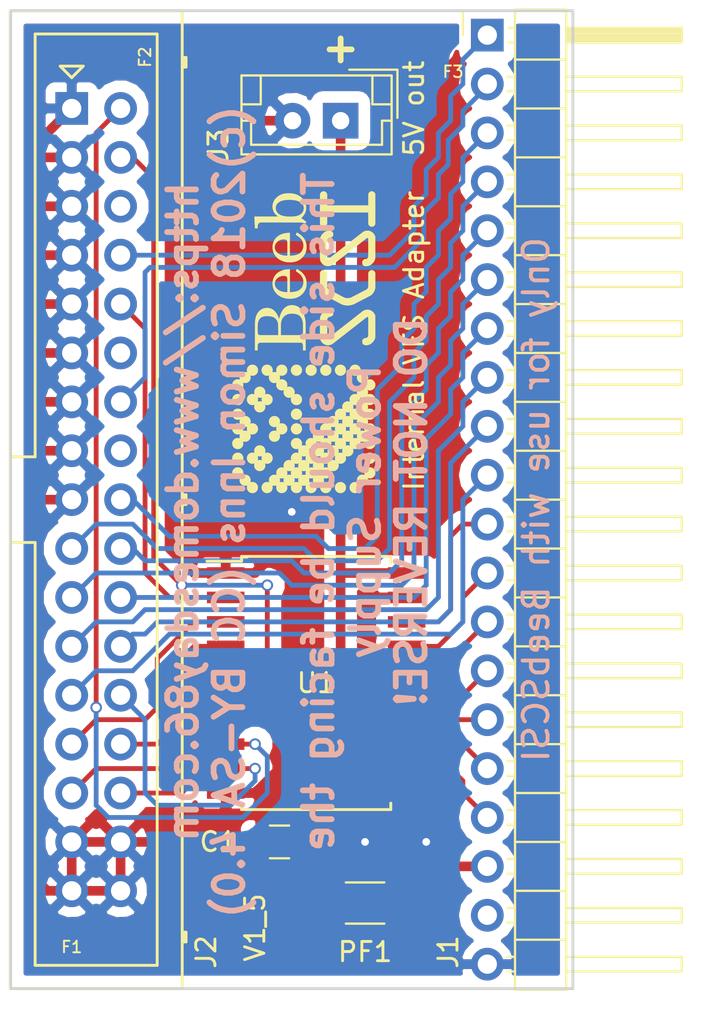
<source format=kicad_pcb>
(kicad_pcb (version 4) (host pcbnew 4.0.7)
  (title_block (title "BeebSCSI - VFS Adapter") (date 2018-05-01) (rev 1_5) (company https://www.domesday86.com) (comment 1 "(c)2018 Simon Inns") (comment 2 "License: Attribution-ShareAlike 4.0 International (CC BY-SA 4.0)"))
  (layers (0 F.Cu signal) (31 B.Cu signal) (34 B.Paste user) (35 F.Paste user) (36 B.SilkS user) (37 F.SilkS user) (38 B.Mask user) (39 F.Mask user) (44 Edge.Cuts user))
  (net 0 "")
  (net 1 +5V)
  (net 2 GND)
  (net 3 BBC_~IRQ)
  (net 4 BBC_~RST)
  (net 5 BBC_BD0)
  (net 6 BBC_BD1)
  (net 7 BBC_BD2)
  (net 8 BBC_BD3)
  (net 9 BBC_BD4)
  (net 10 BBC_BD5)
  (net 11 BBC_BD6)
  (net 12 BBC_BD7)
  (net 13 BBC_~MODEM)
  (net 14 BBC_A0)
  (net 15 BBC_A1)
  (net 16 BBC_A2)
  (net 17 BBC_A3)
  (net 18 BBC_1MHZE)
  (net 19 BBC_R/~W)
  (net 20 BS_R/~W)
  (net 21 BS_1MHZE)
  (net 22 BS_~PGFC)
  (net 23 BS_INT/~EXT)
  (net 24 BS_A0)
  (net 25 BS_A1)
  (net 26 BS_A2)
  (net 27 BS_A3)
  (net 28 "Net-(J1-Pad18)")
  (module Pin_Headers:Pin_Header_Angled_1x20_Pitch2.54mm (layer F.Cu) (at 124.46 79.375)
    (fp_text reference J1 (at -2.032 47.625 90) (layer F.SilkS))
    (fp_text value "Internal 1MHz Bus")
    (pad 1 thru_hole rect (at 0 0) (size 1.7 1.7) (drill 1) (layers *.Cu *.Mask) (net 3 BBC_~IRQ))
    (pad 2 thru_hole oval (at 0 2.54) (size 1.7 1.7) (drill 1) (layers *.Cu *.Mask) (net 4 BBC_~RST))
    (pad 3 thru_hole oval (at 0 5.08) (size 1.7 1.7) (drill 1) (layers *.Cu *.Mask) (net 5 BBC_BD0))
    (pad 4 thru_hole oval (at 0 7.62) (size 1.7 1.7) (drill 1) (layers *.Cu *.Mask) (net 6 BBC_BD1))
    (pad 5 thru_hole oval (at 0 10.16) (size 1.7 1.7) (drill 1) (layers *.Cu *.Mask) (net 7 BBC_BD2))
    (pad 6 thru_hole oval (at 0 12.7) (size 1.7 1.7) (drill 1) (layers *.Cu *.Mask) (net 8 BBC_BD3))
    (pad 7 thru_hole oval (at 0 15.24) (size 1.7 1.7) (drill 1) (layers *.Cu *.Mask) (net 9 BBC_BD4))
    (pad 8 thru_hole oval (at 0 17.78) (size 1.7 1.7) (drill 1) (layers *.Cu *.Mask) (net 10 BBC_BD5))
    (pad 9 thru_hole oval (at 0 20.32) (size 1.7 1.7) (drill 1) (layers *.Cu *.Mask) (net 11 BBC_BD6))
    (pad 10 thru_hole oval (at 0 22.86) (size 1.7 1.7) (drill 1) (layers *.Cu *.Mask) (net 12 BBC_BD7))
    (pad 11 thru_hole oval (at 0 25.4) (size 1.7 1.7) (drill 1) (layers *.Cu *.Mask) (net 13 BBC_~MODEM))
    (pad 12 thru_hole oval (at 0 27.94) (size 1.7 1.7) (drill 1) (layers *.Cu *.Mask) (net 14 BBC_A0))
    (pad 13 thru_hole oval (at 0 30.48) (size 1.7 1.7) (drill 1) (layers *.Cu *.Mask) (net 15 BBC_A1))
    (pad 14 thru_hole oval (at 0 33.02) (size 1.7 1.7) (drill 1) (layers *.Cu *.Mask) (net 16 BBC_A2))
    (pad 15 thru_hole oval (at 0 35.56) (size 1.7 1.7) (drill 1) (layers *.Cu *.Mask) (net 17 BBC_A3))
    (pad 16 thru_hole oval (at 0 38.1) (size 1.7 1.7) (drill 1) (layers *.Cu *.Mask) (net 18 BBC_1MHZE))
    (pad 17 thru_hole oval (at 0 40.64) (size 1.7 1.7) (drill 1) (layers *.Cu *.Mask) (net 19 BBC_R/~W))
    (pad 18 thru_hole oval (at 0 43.18) (size 1.7 1.7) (drill 1) (layers *.Cu *.Mask) (net 28 "Net-(J1-Pad18)"))
    (pad 19 thru_hole oval (at 0 45.72) (size 1.7 1.7) (drill 1) (layers *.Cu *.Mask))
    (pad 20 thru_hole oval (at 0 48.26) (size 1.7 1.7) (drill 1) (layers *.Cu *.Mask) (net 2 GND))
  )
  (module Capacitors_SMD:C_0805 (layer F.Cu) (at 113.665 121.285 180)
    (fp_text reference C1 (at 3.175 0 180) (layer F.SilkS))
    (fp_text value 100nF)
    (pad 1 smd rect (at -1 0 180) (size 1 1.25) (layers F.Cu F.Paste F.Mask) (net 1 +5V))
    (pad 2 smd rect (at 1 0 180) (size 1 1.25) (layers F.Cu F.Paste F.Mask) (net 2 GND))
  )
  (module Connectors_Multicomp:Multicomp_MC9A12-3434_2x17x2.54mm_Straight (layer F.Cu) (at 102.87 83.185 270)
    (fp_text reference J2 (at 43.815 -6.985 270) (layer F.SilkS))
    (fp_text value "BeebSCSI IDC")
    (pad 1 thru_hole rect (at 0 0 270) (size 1.7 1.7) (drill 1) (layers *.Cu *.Mask) (net 2 GND))
    (pad 2 thru_hole circle (at 0 -2.54 270) (size 1.7 1.7) (drill 1) (layers *.Cu *.Mask) (net 20 BS_R/~W))
    (pad 3 thru_hole circle (at 2.54 0 270) (size 1.7 1.7) (drill 1) (layers *.Cu *.Mask) (net 2 GND))
    (pad 4 thru_hole circle (at 2.54 -2.54 270) (size 1.7 1.7) (drill 1) (layers *.Cu *.Mask) (net 21 BS_1MHZE))
    (pad 5 thru_hole circle (at 5.08 0 270) (size 1.7 1.7) (drill 1) (layers *.Cu *.Mask) (net 2 GND))
    (pad 6 thru_hole circle (at 5.08 -2.54 270) (size 1.7 1.7) (drill 1) (layers *.Cu *.Mask))
    (pad 7 thru_hole circle (at 7.62 0 270) (size 1.7 1.7) (drill 1) (layers *.Cu *.Mask) (net 2 GND))
    (pad 8 thru_hole circle (at 7.62 -2.54 270) (size 1.7 1.7) (drill 1) (layers *.Cu *.Mask) (net 3 BBC_~IRQ))
    (pad 9 thru_hole circle (at 10.16 0 270) (size 1.7 1.7) (drill 1) (layers *.Cu *.Mask) (net 2 GND))
    (pad 10 thru_hole circle (at 10.16 -2.54 270) (size 1.7 1.7) (drill 1) (layers *.Cu *.Mask) (net 22 BS_~PGFC))
    (pad 11 thru_hole circle (at 12.7 0 270) (size 1.7 1.7) (drill 1) (layers *.Cu *.Mask) (net 2 GND))
    (pad 12 thru_hole circle (at 12.7 -2.54 270) (size 1.7 1.7) (drill 1) (layers *.Cu *.Mask))
    (pad 13 thru_hole circle (at 15.24 0 270) (size 1.7 1.7) (drill 1) (layers *.Cu *.Mask) (net 2 GND))
    (pad 14 thru_hole circle (at 15.24 -2.54 270) (size 1.7 1.7) (drill 1) (layers *.Cu *.Mask) (net 4 BBC_~RST))
    (pad 15 thru_hole circle (at 17.78 0 270) (size 1.7 1.7) (drill 1) (layers *.Cu *.Mask) (net 2 GND))
    (pad 16 thru_hole circle (at 17.78 -2.54 270) (size 1.7 1.7) (drill 1) (layers *.Cu *.Mask))
    (pad 17 thru_hole circle (at 20.32 0 270) (size 1.7 1.7) (drill 1) (layers *.Cu *.Mask) (net 2 GND))
    (pad 18 thru_hole circle (at 20.32 -2.54 270) (size 1.7 1.7) (drill 1) (layers *.Cu *.Mask) (net 5 BBC_BD0))
    (pad 19 thru_hole circle (at 22.86 0 270) (size 1.7 1.7) (drill 1) (layers *.Cu *.Mask) (net 6 BBC_BD1))
    (pad 20 thru_hole circle (at 22.86 -2.54 270) (size 1.7 1.7) (drill 1) (layers *.Cu *.Mask) (net 7 BBC_BD2))
    (pad 21 thru_hole circle (at 25.4 0 270) (size 1.7 1.7) (drill 1) (layers *.Cu *.Mask) (net 8 BBC_BD3))
    (pad 22 thru_hole circle (at 25.4 -2.54 270) (size 1.7 1.7) (drill 1) (layers *.Cu *.Mask) (net 9 BBC_BD4))
    (pad 23 thru_hole circle (at 27.94 0 270) (size 1.7 1.7) (drill 1) (layers *.Cu *.Mask) (net 10 BBC_BD5))
    (pad 24 thru_hole circle (at 27.94 -2.54 270) (size 1.7 1.7) (drill 1) (layers *.Cu *.Mask) (net 11 BBC_BD6))
    (pad 25 thru_hole circle (at 30.48 0 270) (size 1.7 1.7) (drill 1) (layers *.Cu *.Mask) (net 12 BBC_BD7))
    (pad 26 thru_hole circle (at 30.48 -2.54 270) (size 1.7 1.7) (drill 1) (layers *.Cu *.Mask) (net 23 BS_INT/~EXT))
    (pad 27 thru_hole circle (at 33.02 0 270) (size 1.7 1.7) (drill 1) (layers *.Cu *.Mask) (net 24 BS_A0))
    (pad 28 thru_hole circle (at 33.02 -2.54 270) (size 1.7 1.7) (drill 1) (layers *.Cu *.Mask) (net 25 BS_A1))
    (pad 29 thru_hole circle (at 35.56 0 270) (size 1.7 1.7) (drill 1) (layers *.Cu *.Mask) (net 26 BS_A2))
    (pad 30 thru_hole circle (at 35.56 -2.54 270) (size 1.7 1.7) (drill 1) (layers *.Cu *.Mask) (net 27 BS_A3))
    (pad 31 thru_hole circle (at 38.1 0 270) (size 1.7 1.7) (drill 1) (layers *.Cu *.Mask) (net 2 GND))
    (pad 32 thru_hole circle (at 38.1 -2.54 270) (size 1.7 1.7) (drill 1) (layers *.Cu *.Mask) (net 2 GND))
    (pad 33 thru_hole circle (at 40.64 0 270) (size 1.7 1.7) (drill 1) (layers *.Cu *.Mask) (net 2 GND))
    (pad 34 thru_hole circle (at 40.64 -2.54 270) (size 1.7 1.7) (drill 1) (layers *.Cu *.Mask) (net 2 GND))
  )
  (module Connectors_JST:JST_EH_B02B-EH-A_02x2.50mm_Straight (layer F.Cu) (at 116.84 83.82 180)
    (fp_text reference J3 (at 6.35 -1.27 450) (layer F.SilkS))
    (fp_text value "5V out")
    (pad 1 thru_hole rect (at 0 0 180) (size 1.85 1.85) (drill 0.9) (layers *.Cu *.Mask) (net 1 +5V))
    (pad 2 thru_hole circle (at 2.5 0 180) (size 1.85 1.85) (drill 0.9) (layers *.Cu *.Mask) (net 2 GND))
  )
  (module Housings_SOIC:SOIC-20W_7.5x12.8mm_Pitch1.27mm (layer F.Cu) (at 115.57 113.03)
    (fp_text reference U1 (at 0 0) (layer F.SilkS))
    (fp_text value 74HC245DW)
    (pad 1 smd rect (at -4.7 -5.715) (size 1.95 0.6) (layers F.Cu F.Paste F.Mask) (net 2 GND))
    (pad 2 smd rect (at -4.7 -4.445) (size 1.95 0.6) (layers F.Cu F.Paste F.Mask) (net 22 BS_~PGFC))
    (pad 3 smd rect (at -4.7 -3.175) (size 1.95 0.6) (layers F.Cu F.Paste F.Mask) (net 24 BS_A0))
    (pad 4 smd rect (at -4.7 -1.905) (size 1.95 0.6) (layers F.Cu F.Paste F.Mask) (net 25 BS_A1))
    (pad 5 smd rect (at -4.7 -0.635) (size 1.95 0.6) (layers F.Cu F.Paste F.Mask) (net 26 BS_A2))
    (pad 6 smd rect (at -4.7 0.635) (size 1.95 0.6) (layers F.Cu F.Paste F.Mask) (net 27 BS_A3))
    (pad 7 smd rect (at -4.7 1.905) (size 1.95 0.6) (layers F.Cu F.Paste F.Mask) (net 21 BS_1MHZE))
    (pad 8 smd rect (at -4.7 3.175) (size 1.95 0.6) (layers F.Cu F.Paste F.Mask) (net 20 BS_R/~W))
    (pad 9 smd rect (at -4.7 4.445) (size 1.95 0.6) (layers F.Cu F.Paste F.Mask) (net 23 BS_INT/~EXT))
    (pad 10 smd rect (at -4.7 5.715) (size 1.95 0.6) (layers F.Cu F.Paste F.Mask) (net 2 GND))
    (pad 11 smd rect (at 4.7 5.715) (size 1.95 0.6) (layers F.Cu F.Paste F.Mask) (net 28 "Net-(J1-Pad18)"))
    (pad 12 smd rect (at 4.7 4.445) (size 1.95 0.6) (layers F.Cu F.Paste F.Mask) (net 19 BBC_R/~W))
    (pad 13 smd rect (at 4.7 3.175) (size 1.95 0.6) (layers F.Cu F.Paste F.Mask) (net 18 BBC_1MHZE))
    (pad 14 smd rect (at 4.7 1.905) (size 1.95 0.6) (layers F.Cu F.Paste F.Mask) (net 17 BBC_A3))
    (pad 15 smd rect (at 4.7 0.635) (size 1.95 0.6) (layers F.Cu F.Paste F.Mask) (net 16 BBC_A2))
    (pad 16 smd rect (at 4.7 -0.635) (size 1.95 0.6) (layers F.Cu F.Paste F.Mask) (net 15 BBC_A1))
    (pad 17 smd rect (at 4.7 -1.905) (size 1.95 0.6) (layers F.Cu F.Paste F.Mask) (net 14 BBC_A0))
    (pad 18 smd rect (at 4.7 -3.175) (size 1.95 0.6) (layers F.Cu F.Paste F.Mask) (net 13 BBC_~MODEM))
    (pad 19 smd rect (at 4.7 -4.445) (size 1.95 0.6) (layers F.Cu F.Paste F.Mask) (net 2 GND))
    (pad 20 smd rect (at 4.7 -5.715) (size 1.95 0.6) (layers F.Cu F.Paste F.Mask) (net 1 +5V))
  )
  (module Fiducials:Fiducial_0.5mm_Dia_1mm_Outer (layer F.Cu) (at 105.41 80.645)
    (fp_text reference F2 (at 1.27 -0.127 90) (layer F.SilkS) (effects (font (size 0.6 0.6) (thickness 0.1))))
    (fp_text value Fiducial)
    (pad ~ smd circle (at 0 0) (size 0.5 0.5) (layers F.Cu F.Mask) (clearance 0.25))
  )
  (module Fiducials:Fiducial_0.5mm_Dia_1mm_Outer (layer F.Cu) (at 121.92 80.01)
    (fp_text reference F3 (at 0.762 1.27 180) (layer F.SilkS) (effects (font (size 0.6 0.6) (thickness 0.1))))
    (fp_text value Fiducial)
    (pad ~ smd circle (at 0 0) (size 0.5 0.5) (layers F.Cu F.Mask) (clearance 0.25))
  )
  (module Fuse_Holders_and_Fuses:Fuse_SMD1206_HandSoldering (layer F.Cu) (at 118.11 124.46)
    (fp_text reference PF1 (at 0 2.54) (layer F.SilkS))
    (fp_text value Polyfuse)
    (pad 1 smd rect (at -2.09 0 90) (size 2.03 2.65) (layers F.Cu F.Paste F.Mask) (net 1 +5V))
    (pad 2 smd rect (at 2.09 0 90) (size 2.03 2.65) (layers F.Cu F.Paste F.Mask) (net 28 "Net-(J1-Pad18)"))
  )
  (module Fiducials:Fiducial_0.5mm_Dia_1mm_Outer (layer F.Cu) (at 104.14 126.365)
    (fp_text reference F1 (at -1.27 0.381) (layer F.SilkS) (effects (font (size 0.6 0.6) (thickness 0.1))))
    (fp_text value Fiducial)
    (pad ~ smd circle (at 0 0) (size 0.5 0.5) (layers F.Cu F.Mask) (clearance 0.25))
  )
  (module Graphics:BeebSCSI_Logo_4 (layer F.Cu) (at 115.316 95.25 90)
    (fp_text reference G*** hide)
    (fp_text value LOGO hide)
  )
  (gr_text V1_5 (at 112.395 125.73 90) (layer F.SilkS) (effects (font (size 1 1))))
  (gr_text "Internal VFS Adapter" (at 120.65 95.25 90) (layer F.SilkS) (effects (font (size 1 1))))
  (gr_text "Only for use with BeebSCSI" (at 127 103.505 90) (layer B.SilkS) (effects (font (size 1.3 1.3) (thickness 0.2)) (justify mirror)))
  (gr_text "https://www.domesday86.com\n(c)2018 Simon Inns (CC BY-SA 4.0)" (at 109.855 104.14 90) (layer B.SilkS) (effects (font (size 1.5 1.5) (thickness 0.3)) (justify mirror)))
  (gr_text "This side should be facing the\nPower Supply\nDO NOT REVERSE!" (at 118.11 104.14 90) (layer B.SilkS) (effects (font (size 1.5 1.5) (thickness 0.3)) (justify mirror)))
  (gr_text "5V out" (at 120.65 83.185 90) (layer F.SilkS) (effects (font (size 1 1))))
  (gr_text + (at 116.84 80.01) (layer F.SilkS) (effects (font (size 1.5 1.5) (thickness 0.3))))
  (gr_line (start 99.695 128.905) (end 99.695 78.105) (angle 90) (layer Edge.Cuts) (width 0.15))
  (gr_line (start 128.905 128.905) (end 99.695 128.905) (angle 90) (layer Edge.Cuts) (width 0.15))
  (gr_line (start 128.905 78.105) (end 128.905 128.905) (angle 90) (layer Edge.Cuts) (width 0.15))
  (gr_line (start 99.695 78.105) (end 128.905 78.105) (angle 90) (layer Edge.Cuts) (width 0.15))
  (segment (start 114.665 121.285) (end 116.02 122.64) (width 0.5) (layer F.Cu) (net 1))
  (segment (start 116.02 122.64) (end 116.02 124.46) (width 0.5) (layer F.Cu) (net 1))
  (segment (start 120.27 107.315) (end 116.84 107.315) (width 0.5) (layer F.Cu) (net 1))
  (segment (start 116.84 83.82) (end 116.84 107.315) (width 0.5) (layer F.Cu) (net 1))
  (segment (start 116.84 107.315) (end 116.84 116.84) (width 0.5) (layer F.Cu) (net 1))
  (segment (start 114.665 119.015) (end 114.665 121.285) (width 0.5) (layer F.Cu) (net 1))
  (segment (start 116.84 116.84) (end 114.665 119.015) (width 0.5) (layer F.Cu) (net 1))
  (segment (start 114.34 83.82) (end 109.22 83.82) (width 0.5) (layer F.Cu) (net 2))
  (segment (start 109.22 83.82) (end 107.95 85.09) (width 0.5) (layer F.Cu) (net 2))
  (via (at 118.11 121.285) (size 0.6) (drill 0.4) (layers F.Cu B.Cu) (net 2))
  (via (at 121.285 121.285) (size 0.6) (drill 0.4) (layers F.Cu B.Cu) (net 2))
  (segment (start 118.11 121.285) (end 121.285 121.285) (width 0.5) (layer B.Cu) (net 2))
  (segment (start 114.3 106.68) (end 114.3 104.14) (width 0.5) (layer F.Cu) (net 2))
  (via (at 114.3 104.14) (size 0.6) (drill 0.4) (layers F.Cu B.Cu) (net 2))
  (segment (start 110.87 107.315) (end 109.22 107.315) (width 0.5) (layer F.Cu) (net 2))
  (segment (start 109.22 107.315) (end 107.95 106.045) (width 0.5) (layer F.Cu) (net 2))
  (segment (start 107.95 106.045) (end 107.95 85.09) (width 0.5) (layer F.Cu) (net 2))
  (segment (start 114.3 83.78) (end 114.34 83.82) (width 0.5) (layer F.Cu) (net 2))
  (segment (start 110.87 107.315) (end 112.395 107.315) (width 0.5) (layer F.Cu) (net 2))
  (segment (start 113.03 106.68) (end 114.3 106.68) (width 0.5) (layer F.Cu) (net 2))
  (segment (start 114.3 106.68) (end 114.34 106.68) (width 0.5) (layer F.Cu) (net 2))
  (segment (start 112.395 107.315) (end 113.03 106.68) (width 0.5) (layer F.Cu) (net 2))
  (segment (start 120.27 108.585) (end 118.745 108.585) (width 0.5) (layer F.Cu) (net 2))
  (segment (start 118.11 109.22) (end 118.11 121.285) (width 0.5) (layer F.Cu) (net 2))
  (segment (start 118.11 121.285) (end 118.11 127.635) (width 0.5) (layer F.Cu) (net 2))
  (segment (start 118.745 108.585) (end 118.11 109.22) (width 0.5) (layer F.Cu) (net 2))
  (segment (start 114.34 106.68) (end 114.34 116.8) (width 0.5) (layer F.Cu) (net 2))
  (segment (start 114.34 116.8) (end 112.395 118.745) (width 0.5) (layer F.Cu) (net 2))
  (segment (start 124.46 127.635) (end 118.11 127.635) (width 0.5) (layer F.Cu) (net 2))
  (segment (start 118.11 127.635) (end 101.6 127.635) (width 0.5) (layer F.Cu) (net 2))
  (segment (start 100.965 127) (end 100.965 123.19) (width 0.5) (layer F.Cu) (net 2))
  (segment (start 101.6 127.635) (end 100.965 127) (width 0.5) (layer F.Cu) (net 2))
  (segment (start 112.665 121.285) (end 112.665 119.015) (width 0.5) (layer F.Cu) (net 2))
  (segment (start 112.395 118.745) (end 110.87 118.745) (width 0.5) (layer F.Cu) (net 2))
  (segment (start 112.665 119.015) (end 112.395 118.745) (width 0.5) (layer F.Cu) (net 2))
  (segment (start 105.41 121.285) (end 112.665 121.285) (width 0.5) (layer F.Cu) (net 2))
  (segment (start 102.87 103.505) (end 100.965 103.505) (width 0.5) (layer F.Cu) (net 2))
  (segment (start 102.87 100.965) (end 100.965 100.965) (width 0.5) (layer F.Cu) (net 2))
  (segment (start 102.87 98.425) (end 100.965 98.425) (width 0.5) (layer F.Cu) (net 2))
  (segment (start 102.87 95.885) (end 100.965 95.885) (width 0.5) (layer F.Cu) (net 2))
  (segment (start 102.87 93.345) (end 100.965 93.345) (width 0.5) (layer F.Cu) (net 2))
  (segment (start 102.87 90.805) (end 100.965 90.805) (width 0.5) (layer F.Cu) (net 2))
  (segment (start 102.87 88.265) (end 100.965 88.265) (width 0.5) (layer F.Cu) (net 2))
  (segment (start 102.87 85.725) (end 100.965 85.725) (width 0.5) (layer F.Cu) (net 2))
  (segment (start 105.41 121.285) (end 105.41 123.825) (width 0.5) (layer F.Cu) (net 2))
  (segment (start 102.87 121.285) (end 105.41 121.285) (width 0.5) (layer F.Cu) (net 2))
  (segment (start 102.87 121.285) (end 102.87 123.825) (width 0.5) (layer F.Cu) (net 2))
  (segment (start 105.41 123.825) (end 102.87 123.825) (width 0.5) (layer F.Cu) (net 2))
  (segment (start 102.87 123.825) (end 101.6 123.825) (width 0.5) (layer F.Cu) (net 2))
  (segment (start 101.6 123.825) (end 100.965 123.19) (width 0.5) (layer F.Cu) (net 2))
  (segment (start 100.965 123.19) (end 100.965 103.505) (width 0.5) (layer F.Cu) (net 2))
  (segment (start 100.965 103.505) (end 100.965 100.965) (width 0.5) (layer F.Cu) (net 2))
  (segment (start 100.965 100.965) (end 100.965 98.425) (width 0.5) (layer F.Cu) (net 2))
  (segment (start 100.965 98.425) (end 100.965 95.885) (width 0.5) (layer F.Cu) (net 2))
  (segment (start 100.965 95.885) (end 100.965 93.345) (width 0.5) (layer F.Cu) (net 2))
  (segment (start 100.965 93.345) (end 100.965 90.805) (width 0.5) (layer F.Cu) (net 2))
  (segment (start 100.965 90.805) (end 100.965 88.265) (width 0.5) (layer F.Cu) (net 2))
  (segment (start 100.965 88.265) (end 100.965 85.725) (width 0.5) (layer F.Cu) (net 2))
  (segment (start 100.965 85.725) (end 100.965 85.09) (width 0.5) (layer F.Cu) (net 2))
  (segment (start 100.965 85.09) (end 102.87 83.185) (width 0.5) (layer F.Cu) (net 2))
  (segment (start 121.285 86.36) (end 121.92 85.725) (width 0.25) (layer B.Cu) (net 3))
  (segment (start 123.19 81.915) (end 123.19 80.645) (width 0.25) (layer B.Cu) (net 3))
  (segment (start 122.555 82.55) (end 123.19 81.915) (width 0.25) (layer B.Cu) (net 3))
  (segment (start 122.555 83.82) (end 122.555 82.55) (width 0.25) (layer B.Cu) (net 3))
  (segment (start 121.92 84.455) (end 122.555 83.82) (width 0.25) (layer B.Cu) (net 3))
  (segment (start 121.92 85.725) (end 121.92 84.455) (width 0.25) (layer B.Cu) (net 3))
  (segment (start 118.11 90.805) (end 119.38 90.805) (width 0.25) (layer B.Cu) (net 3))
  (segment (start 121.285 87.63) (end 121.285 86.36) (width 0.25) (layer B.Cu) (net 3))
  (segment (start 120.65 88.265) (end 121.285 87.63) (width 0.25) (layer B.Cu) (net 3))
  (segment (start 120.65 89.535) (end 120.65 88.265) (width 0.25) (layer B.Cu) (net 3))
  (segment (start 119.38 90.805) (end 120.65 89.535) (width 0.25) (layer B.Cu) (net 3))
  (segment (start 105.41 90.805) (end 118.11 90.805) (width 0.25) (layer B.Cu) (net 3))
  (segment (start 123.19 80.645) (end 124.46 79.375) (width 0.25) (layer B.Cu) (net 3))
  (segment (start 124.46 81.915) (end 124.46 82.042) (width 0.25) (layer B.Cu) (net 4))
  (segment (start 124.46 82.042) (end 123.19 83.312) (width 0.25) (layer B.Cu) (net 4))
  (segment (start 123.19 83.312) (end 123.19 84.074) (width 0.25) (layer B.Cu) (net 4))
  (segment (start 123.19 84.074) (end 122.428 84.836) (width 0.25) (layer B.Cu) (net 4))
  (segment (start 122.428 84.836) (end 122.428 86.106) (width 0.25) (layer B.Cu) (net 4))
  (segment (start 122.428 86.106) (end 121.92 86.614) (width 0.25) (layer B.Cu) (net 4))
  (segment (start 121.92 86.614) (end 121.92 87.826002) (width 0.25) (layer B.Cu) (net 4))
  (segment (start 121.92 87.826002) (end 121.158 88.588002) (width 0.25) (layer B.Cu) (net 4))
  (segment (start 121.158 88.588002) (end 121.158 89.916) (width 0.25) (layer B.Cu) (net 4))
  (segment (start 121.158 89.916) (end 119.634 91.44) (width 0.25) (layer B.Cu) (net 4))
  (segment (start 119.634 91.44) (end 106.934 91.44) (width 0.25) (layer B.Cu) (net 4))
  (segment (start 106.934 91.44) (end 106.68 91.694) (width 0.25) (layer B.Cu) (net 4))
  (segment (start 106.68 91.694) (end 106.68 97.155) (width 0.25) (layer B.Cu) (net 4))
  (segment (start 106.68 97.155) (end 105.41 98.425) (width 0.25) (layer B.Cu) (net 4))
  (segment (start 115.57 105.41) (end 116.205 106.045) (width 0.25) (layer B.Cu) (net 5))
  (segment (start 118.745 105.41) (end 118.745 104.775) (width 0.25) (layer B.Cu) (net 5))
  (segment (start 118.11 106.045) (end 118.745 105.41) (width 0.25) (layer B.Cu) (net 5))
  (segment (start 116.205 106.045) (end 118.11 106.045) (width 0.25) (layer B.Cu) (net 5))
  (segment (start 120.65 93.345) (end 121.285 92.71) (width 0.25) (layer B.Cu) (net 5))
  (segment (start 118.745 99.06) (end 118.745 97.79) (width 0.25) (layer B.Cu) (net 5))
  (segment (start 123.19 85.725) (end 124.46 84.455) (width 0.25) (layer B.Cu) (net 5))
  (segment (start 118.745 102.87) (end 118.745 99.06) (width 0.25) (layer B.Cu) (net 5))
  (segment (start 118.745 104.14) (end 118.745 102.87) (width 0.25) (layer B.Cu) (net 5))
  (segment (start 118.745 104.775) (end 118.745 104.14) (width 0.25) (layer B.Cu) (net 5))
  (segment (start 121.92 90.805) (end 121.92 89.535) (width 0.25) (layer B.Cu) (net 5))
  (segment (start 121.92 89.535) (end 122.555 88.9) (width 0.25) (layer B.Cu) (net 5))
  (segment (start 122.555 88.9) (end 122.555 87.63) (width 0.25) (layer B.Cu) (net 5))
  (segment (start 121.285 91.44) (end 121.92 90.805) (width 0.25) (layer B.Cu) (net 5))
  (segment (start 123.19 86.995) (end 123.19 85.725) (width 0.25) (layer B.Cu) (net 5))
  (segment (start 122.555 87.63) (end 123.19 86.995) (width 0.25) (layer B.Cu) (net 5))
  (segment (start 120.015 96.52) (end 120.015 95.25) (width 0.25) (layer B.Cu) (net 5))
  (segment (start 120.015 95.25) (end 120.65 94.615) (width 0.25) (layer B.Cu) (net 5))
  (segment (start 120.65 94.615) (end 120.65 93.345) (width 0.25) (layer B.Cu) (net 5))
  (segment (start 118.745 97.79) (end 120.015 96.52) (width 0.25) (layer B.Cu) (net 5))
  (segment (start 121.285 92.71) (end 121.285 91.44) (width 0.25) (layer B.Cu) (net 5))
  (segment (start 105.41 103.505) (end 106.045 103.505) (width 0.25) (layer B.Cu) (net 5))
  (segment (start 106.045 103.505) (end 107.95 105.41) (width 0.25) (layer B.Cu) (net 5))
  (segment (start 107.95 105.41) (end 115.57 105.41) (width 0.25) (layer B.Cu) (net 5))
  (segment (start 114.935 106.045) (end 115.57 106.68) (width 0.25) (layer B.Cu) (net 6))
  (segment (start 119.38 106.045) (end 119.38 105.41) (width 0.25) (layer B.Cu) (net 6))
  (segment (start 118.745 106.68) (end 119.38 106.045) (width 0.25) (layer B.Cu) (net 6))
  (segment (start 115.57 106.68) (end 118.745 106.68) (width 0.25) (layer B.Cu) (net 6))
  (segment (start 121.285 93.98) (end 121.92 93.345) (width 0.25) (layer B.Cu) (net 6))
  (segment (start 119.38 104.14) (end 119.38 100.965) (width 0.25) (layer B.Cu) (net 6))
  (segment (start 119.38 100.965) (end 119.38 98.425) (width 0.25) (layer B.Cu) (net 6))
  (segment (start 123.19 88.265) (end 124.46 86.995) (width 0.25) (layer B.Cu) (net 6))
  (segment (start 119.38 104.775) (end 119.38 104.14) (width 0.25) (layer B.Cu) (net 6))
  (segment (start 119.38 105.41) (end 119.38 104.775) (width 0.25) (layer B.Cu) (net 6))
  (segment (start 122.555 91.44) (end 122.555 90.17) (width 0.25) (layer B.Cu) (net 6))
  (segment (start 122.555 90.17) (end 123.19 89.535) (width 0.25) (layer B.Cu) (net 6))
  (segment (start 123.19 89.535) (end 123.19 88.265) (width 0.25) (layer B.Cu) (net 6))
  (segment (start 121.92 92.075) (end 122.555 91.44) (width 0.25) (layer B.Cu) (net 6))
  (segment (start 120.65 97.155) (end 120.65 95.885) (width 0.25) (layer B.Cu) (net 6))
  (segment (start 120.65 95.885) (end 121.285 95.25) (width 0.25) (layer B.Cu) (net 6))
  (segment (start 121.285 95.25) (end 121.285 93.98) (width 0.25) (layer B.Cu) (net 6))
  (segment (start 119.38 98.425) (end 120.65 97.155) (width 0.25) (layer B.Cu) (net 6))
  (segment (start 121.92 93.345) (end 121.92 92.075) (width 0.25) (layer B.Cu) (net 6))
  (segment (start 106.045 104.775) (end 107.315 106.045) (width 0.25) (layer B.Cu) (net 6))
  (segment (start 107.315 106.045) (end 114.935 106.045) (width 0.25) (layer B.Cu) (net 6))
  (segment (start 102.87 106.045) (end 104.14 104.775) (width 0.25) (layer B.Cu) (net 6))
  (segment (start 104.14 104.775) (end 106.045 104.775) (width 0.25) (layer B.Cu) (net 6))
  (segment (start 114.3 106.68) (end 114.935 107.315) (width 0.25) (layer B.Cu) (net 7))
  (segment (start 120.015 106.68) (end 120.015 106.045) (width 0.25) (layer B.Cu) (net 7))
  (segment (start 119.38 107.315) (end 120.015 106.68) (width 0.25) (layer B.Cu) (net 7))
  (segment (start 114.935 107.315) (end 119.38 107.315) (width 0.25) (layer B.Cu) (net 7))
  (segment (start 121.92 94.615) (end 122.555 93.98) (width 0.25) (layer B.Cu) (net 7))
  (segment (start 122.555 93.98) (end 122.555 92.71) (width 0.25) (layer B.Cu) (net 7))
  (segment (start 120.015 99.06) (end 121.285 97.79) (width 0.25) (layer B.Cu) (net 7))
  (segment (start 121.92 95.885) (end 121.92 94.615) (width 0.25) (layer B.Cu) (net 7))
  (segment (start 121.285 96.52) (end 121.92 95.885) (width 0.25) (layer B.Cu) (net 7))
  (segment (start 121.285 97.79) (end 121.285 96.52) (width 0.25) (layer B.Cu) (net 7))
  (segment (start 122.555 92.71) (end 123.19 92.075) (width 0.25) (layer B.Cu) (net 7))
  (segment (start 123.19 92.075) (end 123.19 90.805) (width 0.25) (layer B.Cu) (net 7))
  (segment (start 120.015 106.045) (end 120.015 105.41) (width 0.25) (layer B.Cu) (net 7))
  (segment (start 123.19 90.805) (end 124.46 89.535) (width 0.25) (layer B.Cu) (net 7))
  (segment (start 120.015 105.41) (end 120.015 99.06) (width 0.25) (layer B.Cu) (net 7))
  (segment (start 105.41 106.045) (end 106.045 106.045) (width 0.25) (layer B.Cu) (net 7))
  (segment (start 106.045 106.045) (end 106.68 106.68) (width 0.25) (layer B.Cu) (net 7))
  (segment (start 106.68 106.68) (end 114.3 106.68) (width 0.25) (layer B.Cu) (net 7))
  (segment (start 113.665 107.315) (end 114.3 107.95) (width 0.25) (layer B.Cu) (net 8))
  (segment (start 120.65 107.315) (end 120.65 106.68) (width 0.25) (layer B.Cu) (net 8))
  (segment (start 120.015 107.95) (end 120.65 107.315) (width 0.25) (layer B.Cu) (net 8))
  (segment (start 114.3 107.95) (end 120.015 107.95) (width 0.25) (layer B.Cu) (net 8))
  (segment (start 122.555 95.25) (end 123.19 94.615) (width 0.25) (layer B.Cu) (net 8))
  (segment (start 123.19 94.615) (end 123.19 93.345) (width 0.25) (layer B.Cu) (net 8))
  (segment (start 120.65 99.695) (end 121.92 98.425) (width 0.25) (layer B.Cu) (net 8))
  (segment (start 122.555 96.52) (end 122.555 95.25) (width 0.25) (layer B.Cu) (net 8))
  (segment (start 121.92 97.155) (end 122.555 96.52) (width 0.25) (layer B.Cu) (net 8))
  (segment (start 121.92 98.425) (end 121.92 97.155) (width 0.25) (layer B.Cu) (net 8))
  (segment (start 102.87 108.585) (end 104.14 107.315) (width 0.25) (layer B.Cu) (net 8))
  (segment (start 123.19 93.345) (end 124.46 92.075) (width 0.25) (layer B.Cu) (net 8))
  (segment (start 120.65 106.68) (end 120.65 99.695) (width 0.25) (layer B.Cu) (net 8))
  (segment (start 104.14 107.315) (end 113.665 107.315) (width 0.25) (layer B.Cu) (net 8))
  (segment (start 121.285 100.33) (end 122.555 99.06) (width 0.25) (layer B.Cu) (net 9))
  (segment (start 123.19 97.155) (end 123.19 95.885) (width 0.25) (layer B.Cu) (net 9))
  (segment (start 122.555 97.79) (end 123.19 97.155) (width 0.25) (layer B.Cu) (net 9))
  (segment (start 122.555 99.06) (end 122.555 97.79) (width 0.25) (layer B.Cu) (net 9))
  (segment (start 120.015 108.585) (end 120.65 108.585) (width 0.25) (layer B.Cu) (net 9))
  (segment (start 121.285 107.95) (end 121.285 107.315) (width 0.25) (layer B.Cu) (net 9))
  (segment (start 120.65 108.585) (end 121.285 107.95) (width 0.25) (layer B.Cu) (net 9))
  (segment (start 105.41 108.585) (end 120.015 108.585) (width 0.25) (layer B.Cu) (net 9))
  (segment (start 123.19 95.885) (end 124.46 94.615) (width 0.25) (layer B.Cu) (net 9))
  (segment (start 121.285 107.315) (end 121.285 100.33) (width 0.25) (layer B.Cu) (net 9))
  (segment (start 121.92 100.965) (end 123.19 99.695) (width 0.25) (layer B.Cu) (net 10))
  (segment (start 123.19 99.695) (end 123.19 98.425) (width 0.25) (layer B.Cu) (net 10))
  (segment (start 106.045 109.855) (end 106.68 109.22) (width 0.25) (layer B.Cu) (net 10))
  (segment (start 106.68 109.22) (end 121.285 109.22) (width 0.25) (layer B.Cu) (net 10))
  (segment (start 102.87 111.125) (end 104.14 109.855) (width 0.25) (layer B.Cu) (net 10))
  (segment (start 123.19 98.425) (end 124.46 97.155) (width 0.25) (layer B.Cu) (net 10))
  (segment (start 121.92 108.585) (end 121.92 100.965) (width 0.25) (layer B.Cu) (net 10))
  (segment (start 121.285 109.22) (end 121.92 108.585) (width 0.25) (layer B.Cu) (net 10))
  (segment (start 104.14 109.855) (end 106.045 109.855) (width 0.25) (layer B.Cu) (net 10))
  (segment (start 105.41 111.125) (end 106.045 110.49) (width 0.25) (layer B.Cu) (net 11))
  (segment (start 107.315 109.855) (end 121.92 109.855) (width 0.25) (layer B.Cu) (net 11))
  (segment (start 106.68 110.49) (end 107.315 109.855) (width 0.25) (layer B.Cu) (net 11))
  (segment (start 106.045 110.49) (end 106.68 110.49) (width 0.25) (layer B.Cu) (net 11))
  (segment (start 122.555 101.6) (end 124.46 99.695) (width 0.25) (layer B.Cu) (net 11))
  (segment (start 122.555 109.22) (end 122.555 101.6) (width 0.25) (layer B.Cu) (net 11))
  (segment (start 121.92 109.855) (end 122.555 109.22) (width 0.25) (layer B.Cu) (net 11))
  (segment (start 106.045 112.395) (end 107.95 110.49) (width 0.25) (layer B.Cu) (net 12))
  (segment (start 122.555 110.49) (end 123.19 109.855) (width 0.25) (layer B.Cu) (net 12))
  (segment (start 107.95 110.49) (end 122.555 110.49) (width 0.25) (layer B.Cu) (net 12))
  (segment (start 102.87 113.665) (end 104.14 112.395) (width 0.25) (layer B.Cu) (net 12))
  (segment (start 123.19 103.505) (end 124.46 102.235) (width 0.25) (layer B.Cu) (net 12))
  (segment (start 123.19 109.855) (end 123.19 103.505) (width 0.25) (layer B.Cu) (net 12))
  (segment (start 104.14 112.395) (end 106.045 112.395) (width 0.25) (layer B.Cu) (net 12))
  (segment (start 120.27 109.855) (end 121.92 109.855) (width 0.25) (layer F.Cu) (net 13))
  (segment (start 123.19 104.775) (end 124.46 104.775) (width 0.25) (layer F.Cu) (net 13))
  (segment (start 122.555 105.41) (end 123.19 104.775) (width 0.25) (layer F.Cu) (net 13))
  (segment (start 122.555 109.22) (end 122.555 105.41) (width 0.25) (layer F.Cu) (net 13))
  (segment (start 121.92 109.855) (end 122.555 109.22) (width 0.25) (layer F.Cu) (net 13))
  (segment (start 120.27 111.125) (end 121.92 111.125) (width 0.25) (layer F.Cu) (net 14))
  (segment (start 123.19 108.585) (end 124.46 107.315) (width 0.25) (layer F.Cu) (net 14))
  (segment (start 123.19 109.855) (end 123.19 108.585) (width 0.25) (layer F.Cu) (net 14))
  (segment (start 121.92 111.125) (end 123.19 109.855) (width 0.25) (layer F.Cu) (net 14))
  (segment (start 120.27 112.395) (end 121.92 112.395) (width 0.25) (layer F.Cu) (net 15))
  (segment (start 121.92 112.395) (end 124.46 109.855) (width 0.25) (layer F.Cu) (net 15))
  (segment (start 120.27 113.665) (end 123.19 113.665) (width 0.25) (layer F.Cu) (net 16))
  (segment (start 123.19 113.665) (end 124.46 112.395) (width 0.25) (layer F.Cu) (net 16))
  (segment (start 120.27 114.935) (end 124.46 114.935) (width 0.25) (layer F.Cu) (net 17))
  (segment (start 120.27 116.205) (end 123.19 116.205) (width 0.25) (layer F.Cu) (net 18))
  (segment (start 123.19 116.205) (end 124.46 117.475) (width 0.25) (layer F.Cu) (net 18))
  (segment (start 120.27 117.475) (end 122.555 117.475) (width 0.25) (layer F.Cu) (net 19))
  (segment (start 123.19 118.745) (end 124.46 120.015) (width 0.25) (layer F.Cu) (net 19))
  (segment (start 123.19 118.11) (end 123.19 118.745) (width 0.25) (layer F.Cu) (net 19))
  (segment (start 122.555 117.475) (end 123.19 118.11) (width 0.25) (layer F.Cu) (net 19))
  (segment (start 110.87 116.205) (end 112.395 116.205) (width 0.25) (layer F.Cu) (net 20))
  (segment (start 104.14 84.455) (end 105.41 83.185) (width 0.25) (layer F.Cu) (net 20))
  (segment (start 104.14 114.3) (end 104.14 84.455) (width 0.25) (layer F.Cu) (net 20))
  (via (at 104.14 114.3) (size 0.6) (drill 0.4) (layers F.Cu B.Cu) (net 20))
  (segment (start 104.14 119.38) (end 104.14 114.3) (width 0.25) (layer B.Cu) (net 20))
  (segment (start 104.775 120.015) (end 104.14 119.38) (width 0.25) (layer B.Cu) (net 20))
  (segment (start 111.76 120.015) (end 104.775 120.015) (width 0.25) (layer B.Cu) (net 20))
  (segment (start 113.03 118.745) (end 111.76 120.015) (width 0.25) (layer B.Cu) (net 20))
  (segment (start 113.03 116.84) (end 113.03 118.745) (width 0.25) (layer B.Cu) (net 20))
  (segment (start 112.395 116.205) (end 113.03 116.84) (width 0.25) (layer B.Cu) (net 20))
  (via (at 112.395 116.205) (size 0.6) (drill 0.4) (layers F.Cu B.Cu) (net 20))
  (segment (start 105.41 85.725) (end 106.045 85.725) (width 0.25) (layer F.Cu) (net 21))
  (segment (start 106.045 85.725) (end 107.130002 86.810002) (width 0.25) (layer F.Cu) (net 21))
  (segment (start 112.395 114.935) (end 110.87 114.935) (width 0.25) (layer F.Cu) (net 21))
  (segment (start 113.03 114.3) (end 112.395 114.935) (width 0.25) (layer F.Cu) (net 21))
  (segment (start 113.03 107.95) (end 113.03 114.3) (width 0.25) (layer F.Cu) (net 21))
  (via (at 113.03 107.95) (size 0.6) (drill 0.4) (layers F.Cu B.Cu) (net 21))
  (segment (start 108.585 107.95) (end 113.03 107.95) (width 0.25) (layer B.Cu) (net 21))
  (via (at 108.585 107.95) (size 0.6) (drill 0.4) (layers F.Cu B.Cu) (net 21))
  (segment (start 107.130002 106.495002) (end 108.585 107.95) (width 0.25) (layer F.Cu) (net 21))
  (segment (start 107.130002 86.810002) (end 107.130002 106.495002) (width 0.25) (layer F.Cu) (net 21))
  (segment (start 105.41 93.345) (end 106.68 94.615) (width 0.25) (layer F.Cu) (net 22))
  (segment (start 107.95 108.585) (end 110.87 108.585) (width 0.25) (layer F.Cu) (net 22))
  (segment (start 106.68 107.315) (end 107.95 108.585) (width 0.25) (layer F.Cu) (net 22))
  (segment (start 106.68 94.615) (end 106.68 107.315) (width 0.25) (layer F.Cu) (net 22))
  (segment (start 105.41 113.665) (end 106.68 114.935) (width 0.25) (layer B.Cu) (net 23))
  (segment (start 112.395 118.11) (end 112.395 117.475) (width 0.25) (layer B.Cu) (net 23))
  (segment (start 111.125 119.38) (end 112.395 118.11) (width 0.25) (layer B.Cu) (net 23))
  (segment (start 107.315 119.38) (end 111.125 119.38) (width 0.25) (layer B.Cu) (net 23))
  (segment (start 106.68 118.745) (end 107.315 119.38) (width 0.25) (layer B.Cu) (net 23))
  (segment (start 106.68 114.935) (end 106.68 118.745) (width 0.25) (layer B.Cu) (net 23))
  (segment (start 112.395 117.475) (end 110.87 117.475) (width 0.25) (layer F.Cu) (net 23))
  (via (at 112.395 117.475) (size 0.6) (drill 0.4) (layers F.Cu B.Cu) (net 23))
  (segment (start 102.87 116.205) (end 104.14 114.935) (width 0.25) (layer F.Cu) (net 24))
  (segment (start 109.22 109.855) (end 110.87 109.855) (width 0.25) (layer F.Cu) (net 24))
  (segment (start 107.315 111.76) (end 109.22 109.855) (width 0.25) (layer F.Cu) (net 24))
  (segment (start 107.315 114.3) (end 107.315 111.76) (width 0.25) (layer F.Cu) (net 24))
  (segment (start 106.68 114.935) (end 107.315 114.3) (width 0.25) (layer F.Cu) (net 24))
  (segment (start 104.14 114.935) (end 106.68 114.935) (width 0.25) (layer F.Cu) (net 24))
  (segment (start 105.41 116.205) (end 107.315 116.205) (width 0.25) (layer F.Cu) (net 25))
  (segment (start 109.22 111.125) (end 110.87 111.125) (width 0.25) (layer F.Cu) (net 25))
  (segment (start 107.95 112.395) (end 109.22 111.125) (width 0.25) (layer F.Cu) (net 25))
  (segment (start 107.95 115.57) (end 107.95 112.395) (width 0.25) (layer F.Cu) (net 25))
  (segment (start 107.315 116.205) (end 107.95 115.57) (width 0.25) (layer F.Cu) (net 25))
  (segment (start 102.87 118.745) (end 104.14 117.475) (width 0.25) (layer F.Cu) (net 26))
  (segment (start 109.22 112.395) (end 110.87 112.395) (width 0.25) (layer F.Cu) (net 26))
  (segment (start 108.585 113.03) (end 109.22 112.395) (width 0.25) (layer F.Cu) (net 26))
  (segment (start 108.585 113.665) (end 108.585 113.03) (width 0.25) (layer F.Cu) (net 26))
  (segment (start 108.585 116.84) (end 108.585 113.665) (width 0.25) (layer F.Cu) (net 26))
  (segment (start 107.95 117.475) (end 108.585 116.84) (width 0.25) (layer F.Cu) (net 26))
  (segment (start 104.14 117.475) (end 107.95 117.475) (width 0.25) (layer F.Cu) (net 26))
  (segment (start 105.41 118.745) (end 108.585 118.745) (width 0.25) (layer F.Cu) (net 27))
  (segment (start 109.855 113.665) (end 110.87 113.665) (width 0.25) (layer F.Cu) (net 27))
  (segment (start 109.22 114.3) (end 109.855 113.665) (width 0.25) (layer F.Cu) (net 27))
  (segment (start 109.22 118.11) (end 109.22 114.3) (width 0.25) (layer F.Cu) (net 27))
  (segment (start 108.585 118.745) (end 109.22 118.11) (width 0.25) (layer F.Cu) (net 27))
  (segment (start 124.46 122.555) (end 122.105 122.555) (width 0.5) (layer F.Cu) (net 28))
  (segment (start 122.105 122.555) (end 120.2 124.46) (width 0.5) (layer F.Cu) (net 28))
  (segment (start 120.27 118.745) (end 120.2 118.815) (width 0.5) (layer F.Cu) (net 28))
  (segment (start 120.2 118.815) (end 120.2 124.46) (width 0.5) (layer F.Cu) (net 28))
  (segment (start 120.27 124.39) (end 120.2 124.46) (width 0.5) (layer F.Cu) (net 28))
  (zone (net 2) (net_name GND) (layer B.Cu) (connect_pads (clearance 0.6)) (min_thickness 0.254) (fill yes (arc_segments 16) (thermal_gap 0.508) (thermal_bridge_width 0.508))
    (polygon (pts (xy 128.905 128.905) (xy 99.695 128.905) (xy 99.695 78.105) (xy 128.905 78.105)))
  )
  (zone (net 2) (net_name GND) (layer F.Cu) (connect_pads (clearance 0.6)) (min_thickness 0.254) (fill yes (arc_segments 16) (thermal_gap 0.508) (thermal_bridge_width 0.508))
    (polygon (pts (xy 128.905 128.905) (xy 99.695 128.905) (xy 99.695 78.105) (xy 128.905 78.105)))
  )
)
</source>
